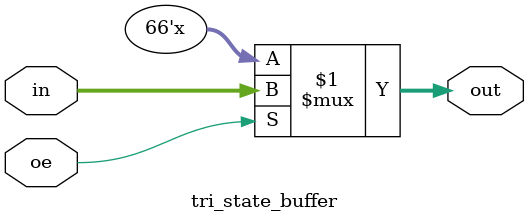
<source format=v>
module tri_state_buffer(out, in, oe);
    input[65:0] in;
    input oe;
    output[65:0] out;

    assign out = oe ? in : 66'bz;
endmodule
</source>
